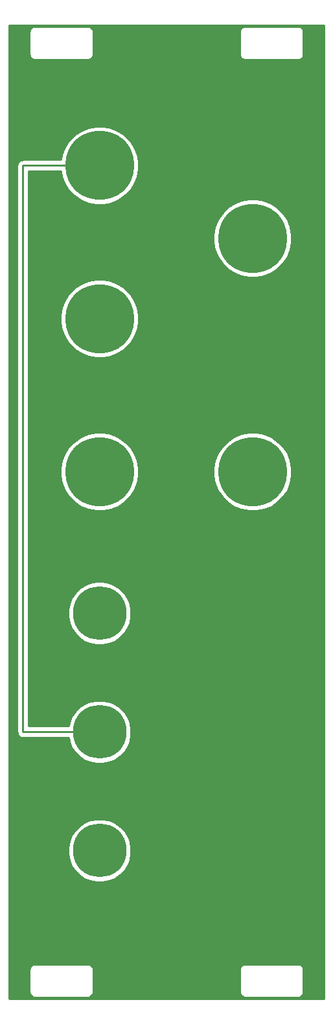
<source format=gbr>
G04 #@! TF.GenerationSoftware,KiCad,Pcbnew,5.1.4*
G04 #@! TF.CreationDate,2019-10-24T23:25:40+02:00*
G04 #@! TF.ProjectId,faceplate,66616365-706c-4617-9465-2e6b69636164,rev?*
G04 #@! TF.SameCoordinates,Original*
G04 #@! TF.FileFunction,Copper,L1,Top*
G04 #@! TF.FilePolarity,Positive*
%FSLAX46Y46*%
G04 Gerber Fmt 4.6, Leading zero omitted, Abs format (unit mm)*
G04 Created by KiCad (PCBNEW 5.1.4) date 2019-10-24 23:25:40*
%MOMM*%
%LPD*%
G04 APERTURE LIST*
%ADD10C,9.000000*%
%ADD11C,7.000000*%
%ADD12C,0.250000*%
%ADD13C,0.254000*%
G04 APERTURE END LIST*
D10*
X109000000Y-59000000D03*
X109000000Y-79000000D03*
X109000000Y-99000000D03*
D11*
X109000000Y-117500000D03*
X109000000Y-133000000D03*
X109000000Y-148500000D03*
D10*
X129000000Y-68500000D03*
X129000000Y-99000000D03*
D12*
X109000000Y-59000000D02*
X99000000Y-59000000D01*
X99000000Y-133000000D02*
X109000000Y-133000000D01*
X99000000Y-59000000D02*
X99000000Y-133000000D01*
D13*
G36*
X138340001Y-167840000D02*
G01*
X97160000Y-167840000D01*
X97160000Y-164000000D01*
X99836807Y-164000000D01*
X99840001Y-164032429D01*
X99840000Y-166967580D01*
X99836807Y-167000000D01*
X99849550Y-167129383D01*
X99887290Y-167253793D01*
X99948575Y-167368450D01*
X100031052Y-167468948D01*
X100131550Y-167551425D01*
X100246207Y-167612710D01*
X100370617Y-167650450D01*
X100500000Y-167663193D01*
X100532419Y-167660000D01*
X107467581Y-167660000D01*
X107500000Y-167663193D01*
X107532419Y-167660000D01*
X107629383Y-167650450D01*
X107753793Y-167612710D01*
X107868450Y-167551425D01*
X107968948Y-167468948D01*
X108051425Y-167368450D01*
X108112710Y-167253793D01*
X108150450Y-167129383D01*
X108163193Y-167000000D01*
X108160000Y-166967581D01*
X108160000Y-164032419D01*
X108163193Y-164000000D01*
X127336807Y-164000000D01*
X127340001Y-164032429D01*
X127340000Y-166967580D01*
X127336807Y-167000000D01*
X127349550Y-167129383D01*
X127387290Y-167253793D01*
X127448575Y-167368450D01*
X127531052Y-167468948D01*
X127631550Y-167551425D01*
X127746207Y-167612710D01*
X127870617Y-167650450D01*
X128000000Y-167663193D01*
X128032419Y-167660000D01*
X134967581Y-167660000D01*
X135000000Y-167663193D01*
X135032419Y-167660000D01*
X135129383Y-167650450D01*
X135253793Y-167612710D01*
X135368450Y-167551425D01*
X135468948Y-167468948D01*
X135551425Y-167368450D01*
X135612710Y-167253793D01*
X135650450Y-167129383D01*
X135663193Y-167000000D01*
X135660000Y-166967581D01*
X135660000Y-164032419D01*
X135663193Y-164000000D01*
X135650450Y-163870617D01*
X135612710Y-163746207D01*
X135551425Y-163631550D01*
X135468948Y-163531052D01*
X135368450Y-163448575D01*
X135253793Y-163387290D01*
X135129383Y-163349550D01*
X135032419Y-163340000D01*
X135000000Y-163336807D01*
X134967581Y-163340000D01*
X128032419Y-163340000D01*
X128000000Y-163336807D01*
X127967581Y-163340000D01*
X127870617Y-163349550D01*
X127746207Y-163387290D01*
X127631550Y-163448575D01*
X127531052Y-163531052D01*
X127448575Y-163631550D01*
X127387290Y-163746207D01*
X127349550Y-163870617D01*
X127336807Y-164000000D01*
X108163193Y-164000000D01*
X108150450Y-163870617D01*
X108112710Y-163746207D01*
X108051425Y-163631550D01*
X107968948Y-163531052D01*
X107868450Y-163448575D01*
X107753793Y-163387290D01*
X107629383Y-163349550D01*
X107532419Y-163340000D01*
X107500000Y-163336807D01*
X107467581Y-163340000D01*
X100532419Y-163340000D01*
X100500000Y-163336807D01*
X100467581Y-163340000D01*
X100370617Y-163349550D01*
X100246207Y-163387290D01*
X100131550Y-163448575D01*
X100031052Y-163531052D01*
X99948575Y-163631550D01*
X99887290Y-163746207D01*
X99849550Y-163870617D01*
X99836807Y-164000000D01*
X97160000Y-164000000D01*
X97160000Y-148092738D01*
X104865000Y-148092738D01*
X104865000Y-148907262D01*
X105023906Y-149706135D01*
X105335611Y-150458657D01*
X105788136Y-151135909D01*
X106364091Y-151711864D01*
X107041343Y-152164389D01*
X107793865Y-152476094D01*
X108592738Y-152635000D01*
X109407262Y-152635000D01*
X110206135Y-152476094D01*
X110958657Y-152164389D01*
X111635909Y-151711864D01*
X112211864Y-151135909D01*
X112664389Y-150458657D01*
X112976094Y-149706135D01*
X113135000Y-148907262D01*
X113135000Y-148092738D01*
X112976094Y-147293865D01*
X112664389Y-146541343D01*
X112211864Y-145864091D01*
X111635909Y-145288136D01*
X110958657Y-144835611D01*
X110206135Y-144523906D01*
X109407262Y-144365000D01*
X108592738Y-144365000D01*
X107793865Y-144523906D01*
X107041343Y-144835611D01*
X106364091Y-145288136D01*
X105788136Y-145864091D01*
X105335611Y-146541343D01*
X105023906Y-147293865D01*
X104865000Y-148092738D01*
X97160000Y-148092738D01*
X97160000Y-59000000D01*
X98236323Y-59000000D01*
X98240000Y-59037333D01*
X98240001Y-132962657D01*
X98236323Y-133000000D01*
X98250997Y-133148986D01*
X98294454Y-133292247D01*
X98365026Y-133424276D01*
X98459999Y-133540001D01*
X98575724Y-133634974D01*
X98707753Y-133705546D01*
X98851014Y-133749003D01*
X98962667Y-133760000D01*
X99000000Y-133763677D01*
X99037333Y-133760000D01*
X104935164Y-133760000D01*
X105023906Y-134206135D01*
X105335611Y-134958657D01*
X105788136Y-135635909D01*
X106364091Y-136211864D01*
X107041343Y-136664389D01*
X107793865Y-136976094D01*
X108592738Y-137135000D01*
X109407262Y-137135000D01*
X110206135Y-136976094D01*
X110958657Y-136664389D01*
X111635909Y-136211864D01*
X112211864Y-135635909D01*
X112664389Y-134958657D01*
X112976094Y-134206135D01*
X113135000Y-133407262D01*
X113135000Y-132592738D01*
X112976094Y-131793865D01*
X112664389Y-131041343D01*
X112211864Y-130364091D01*
X111635909Y-129788136D01*
X110958657Y-129335611D01*
X110206135Y-129023906D01*
X109407262Y-128865000D01*
X108592738Y-128865000D01*
X107793865Y-129023906D01*
X107041343Y-129335611D01*
X106364091Y-129788136D01*
X105788136Y-130364091D01*
X105335611Y-131041343D01*
X105023906Y-131793865D01*
X104935164Y-132240000D01*
X99760000Y-132240000D01*
X99760000Y-117092738D01*
X104865000Y-117092738D01*
X104865000Y-117907262D01*
X105023906Y-118706135D01*
X105335611Y-119458657D01*
X105788136Y-120135909D01*
X106364091Y-120711864D01*
X107041343Y-121164389D01*
X107793865Y-121476094D01*
X108592738Y-121635000D01*
X109407262Y-121635000D01*
X110206135Y-121476094D01*
X110958657Y-121164389D01*
X111635909Y-120711864D01*
X112211864Y-120135909D01*
X112664389Y-119458657D01*
X112976094Y-118706135D01*
X113135000Y-117907262D01*
X113135000Y-117092738D01*
X112976094Y-116293865D01*
X112664389Y-115541343D01*
X112211864Y-114864091D01*
X111635909Y-114288136D01*
X110958657Y-113835611D01*
X110206135Y-113523906D01*
X109407262Y-113365000D01*
X108592738Y-113365000D01*
X107793865Y-113523906D01*
X107041343Y-113835611D01*
X106364091Y-114288136D01*
X105788136Y-114864091D01*
X105335611Y-115541343D01*
X105023906Y-116293865D01*
X104865000Y-117092738D01*
X99760000Y-117092738D01*
X99760000Y-98494247D01*
X103865000Y-98494247D01*
X103865000Y-99505753D01*
X104062335Y-100497824D01*
X104449422Y-101432335D01*
X105011385Y-102273372D01*
X105726628Y-102988615D01*
X106567665Y-103550578D01*
X107502176Y-103937665D01*
X108494247Y-104135000D01*
X109505753Y-104135000D01*
X110497824Y-103937665D01*
X111432335Y-103550578D01*
X112273372Y-102988615D01*
X112988615Y-102273372D01*
X113550578Y-101432335D01*
X113937665Y-100497824D01*
X114135000Y-99505753D01*
X114135000Y-98494247D01*
X123865000Y-98494247D01*
X123865000Y-99505753D01*
X124062335Y-100497824D01*
X124449422Y-101432335D01*
X125011385Y-102273372D01*
X125726628Y-102988615D01*
X126567665Y-103550578D01*
X127502176Y-103937665D01*
X128494247Y-104135000D01*
X129505753Y-104135000D01*
X130497824Y-103937665D01*
X131432335Y-103550578D01*
X132273372Y-102988615D01*
X132988615Y-102273372D01*
X133550578Y-101432335D01*
X133937665Y-100497824D01*
X134135000Y-99505753D01*
X134135000Y-98494247D01*
X133937665Y-97502176D01*
X133550578Y-96567665D01*
X132988615Y-95726628D01*
X132273372Y-95011385D01*
X131432335Y-94449422D01*
X130497824Y-94062335D01*
X129505753Y-93865000D01*
X128494247Y-93865000D01*
X127502176Y-94062335D01*
X126567665Y-94449422D01*
X125726628Y-95011385D01*
X125011385Y-95726628D01*
X124449422Y-96567665D01*
X124062335Y-97502176D01*
X123865000Y-98494247D01*
X114135000Y-98494247D01*
X113937665Y-97502176D01*
X113550578Y-96567665D01*
X112988615Y-95726628D01*
X112273372Y-95011385D01*
X111432335Y-94449422D01*
X110497824Y-94062335D01*
X109505753Y-93865000D01*
X108494247Y-93865000D01*
X107502176Y-94062335D01*
X106567665Y-94449422D01*
X105726628Y-95011385D01*
X105011385Y-95726628D01*
X104449422Y-96567665D01*
X104062335Y-97502176D01*
X103865000Y-98494247D01*
X99760000Y-98494247D01*
X99760000Y-78494247D01*
X103865000Y-78494247D01*
X103865000Y-79505753D01*
X104062335Y-80497824D01*
X104449422Y-81432335D01*
X105011385Y-82273372D01*
X105726628Y-82988615D01*
X106567665Y-83550578D01*
X107502176Y-83937665D01*
X108494247Y-84135000D01*
X109505753Y-84135000D01*
X110497824Y-83937665D01*
X111432335Y-83550578D01*
X112273372Y-82988615D01*
X112988615Y-82273372D01*
X113550578Y-81432335D01*
X113937665Y-80497824D01*
X114135000Y-79505753D01*
X114135000Y-78494247D01*
X113937665Y-77502176D01*
X113550578Y-76567665D01*
X112988615Y-75726628D01*
X112273372Y-75011385D01*
X111432335Y-74449422D01*
X110497824Y-74062335D01*
X109505753Y-73865000D01*
X108494247Y-73865000D01*
X107502176Y-74062335D01*
X106567665Y-74449422D01*
X105726628Y-75011385D01*
X105011385Y-75726628D01*
X104449422Y-76567665D01*
X104062335Y-77502176D01*
X103865000Y-78494247D01*
X99760000Y-78494247D01*
X99760000Y-67994247D01*
X123865000Y-67994247D01*
X123865000Y-69005753D01*
X124062335Y-69997824D01*
X124449422Y-70932335D01*
X125011385Y-71773372D01*
X125726628Y-72488615D01*
X126567665Y-73050578D01*
X127502176Y-73437665D01*
X128494247Y-73635000D01*
X129505753Y-73635000D01*
X130497824Y-73437665D01*
X131432335Y-73050578D01*
X132273372Y-72488615D01*
X132988615Y-71773372D01*
X133550578Y-70932335D01*
X133937665Y-69997824D01*
X134135000Y-69005753D01*
X134135000Y-67994247D01*
X133937665Y-67002176D01*
X133550578Y-66067665D01*
X132988615Y-65226628D01*
X132273372Y-64511385D01*
X131432335Y-63949422D01*
X130497824Y-63562335D01*
X129505753Y-63365000D01*
X128494247Y-63365000D01*
X127502176Y-63562335D01*
X126567665Y-63949422D01*
X125726628Y-64511385D01*
X125011385Y-65226628D01*
X124449422Y-66067665D01*
X124062335Y-67002176D01*
X123865000Y-67994247D01*
X99760000Y-67994247D01*
X99760000Y-59760000D01*
X103915573Y-59760000D01*
X104062335Y-60497824D01*
X104449422Y-61432335D01*
X105011385Y-62273372D01*
X105726628Y-62988615D01*
X106567665Y-63550578D01*
X107502176Y-63937665D01*
X108494247Y-64135000D01*
X109505753Y-64135000D01*
X110497824Y-63937665D01*
X111432335Y-63550578D01*
X112273372Y-62988615D01*
X112988615Y-62273372D01*
X113550578Y-61432335D01*
X113937665Y-60497824D01*
X114135000Y-59505753D01*
X114135000Y-58494247D01*
X113937665Y-57502176D01*
X113550578Y-56567665D01*
X112988615Y-55726628D01*
X112273372Y-55011385D01*
X111432335Y-54449422D01*
X110497824Y-54062335D01*
X109505753Y-53865000D01*
X108494247Y-53865000D01*
X107502176Y-54062335D01*
X106567665Y-54449422D01*
X105726628Y-55011385D01*
X105011385Y-55726628D01*
X104449422Y-56567665D01*
X104062335Y-57502176D01*
X103915573Y-58240000D01*
X99037333Y-58240000D01*
X99000000Y-58236323D01*
X98962667Y-58240000D01*
X98851014Y-58250997D01*
X98707753Y-58294454D01*
X98575724Y-58365026D01*
X98459999Y-58459999D01*
X98365026Y-58575724D01*
X98294454Y-58707753D01*
X98250997Y-58851014D01*
X98236323Y-59000000D01*
X97160000Y-59000000D01*
X97160000Y-41500000D01*
X99836807Y-41500000D01*
X99840001Y-41532429D01*
X99840000Y-44467580D01*
X99836807Y-44500000D01*
X99849550Y-44629383D01*
X99887290Y-44753793D01*
X99948575Y-44868450D01*
X100031052Y-44968948D01*
X100131550Y-45051425D01*
X100246207Y-45112710D01*
X100370617Y-45150450D01*
X100500000Y-45163193D01*
X100532419Y-45160000D01*
X107467581Y-45160000D01*
X107500000Y-45163193D01*
X107532419Y-45160000D01*
X107629383Y-45150450D01*
X107753793Y-45112710D01*
X107868450Y-45051425D01*
X107968948Y-44968948D01*
X108051425Y-44868450D01*
X108112710Y-44753793D01*
X108150450Y-44629383D01*
X108163193Y-44500000D01*
X108160000Y-44467581D01*
X108160000Y-41532419D01*
X108163193Y-41500000D01*
X127336807Y-41500000D01*
X127340001Y-41532429D01*
X127340000Y-44467580D01*
X127336807Y-44500000D01*
X127349550Y-44629383D01*
X127387290Y-44753793D01*
X127448575Y-44868450D01*
X127531052Y-44968948D01*
X127631550Y-45051425D01*
X127746207Y-45112710D01*
X127870617Y-45150450D01*
X128000000Y-45163193D01*
X128032419Y-45160000D01*
X134967581Y-45160000D01*
X135000000Y-45163193D01*
X135032419Y-45160000D01*
X135129383Y-45150450D01*
X135253793Y-45112710D01*
X135368450Y-45051425D01*
X135468948Y-44968948D01*
X135551425Y-44868450D01*
X135612710Y-44753793D01*
X135650450Y-44629383D01*
X135663193Y-44500000D01*
X135660000Y-44467581D01*
X135660000Y-41532419D01*
X135663193Y-41500000D01*
X135650450Y-41370617D01*
X135612710Y-41246207D01*
X135551425Y-41131550D01*
X135468948Y-41031052D01*
X135368450Y-40948575D01*
X135253793Y-40887290D01*
X135129383Y-40849550D01*
X135032419Y-40840000D01*
X135000000Y-40836807D01*
X134967581Y-40840000D01*
X128032419Y-40840000D01*
X128000000Y-40836807D01*
X127967581Y-40840000D01*
X127870617Y-40849550D01*
X127746207Y-40887290D01*
X127631550Y-40948575D01*
X127531052Y-41031052D01*
X127448575Y-41131550D01*
X127387290Y-41246207D01*
X127349550Y-41370617D01*
X127336807Y-41500000D01*
X108163193Y-41500000D01*
X108150450Y-41370617D01*
X108112710Y-41246207D01*
X108051425Y-41131550D01*
X107968948Y-41031052D01*
X107868450Y-40948575D01*
X107753793Y-40887290D01*
X107629383Y-40849550D01*
X107532419Y-40840000D01*
X107500000Y-40836807D01*
X107467581Y-40840000D01*
X100532419Y-40840000D01*
X100500000Y-40836807D01*
X100467581Y-40840000D01*
X100370617Y-40849550D01*
X100246207Y-40887290D01*
X100131550Y-40948575D01*
X100031052Y-41031052D01*
X99948575Y-41131550D01*
X99887290Y-41246207D01*
X99849550Y-41370617D01*
X99836807Y-41500000D01*
X97160000Y-41500000D01*
X97160000Y-40660000D01*
X138340000Y-40660000D01*
X138340001Y-167840000D01*
X138340001Y-167840000D01*
G37*
X138340001Y-167840000D02*
X97160000Y-167840000D01*
X97160000Y-164000000D01*
X99836807Y-164000000D01*
X99840001Y-164032429D01*
X99840000Y-166967580D01*
X99836807Y-167000000D01*
X99849550Y-167129383D01*
X99887290Y-167253793D01*
X99948575Y-167368450D01*
X100031052Y-167468948D01*
X100131550Y-167551425D01*
X100246207Y-167612710D01*
X100370617Y-167650450D01*
X100500000Y-167663193D01*
X100532419Y-167660000D01*
X107467581Y-167660000D01*
X107500000Y-167663193D01*
X107532419Y-167660000D01*
X107629383Y-167650450D01*
X107753793Y-167612710D01*
X107868450Y-167551425D01*
X107968948Y-167468948D01*
X108051425Y-167368450D01*
X108112710Y-167253793D01*
X108150450Y-167129383D01*
X108163193Y-167000000D01*
X108160000Y-166967581D01*
X108160000Y-164032419D01*
X108163193Y-164000000D01*
X127336807Y-164000000D01*
X127340001Y-164032429D01*
X127340000Y-166967580D01*
X127336807Y-167000000D01*
X127349550Y-167129383D01*
X127387290Y-167253793D01*
X127448575Y-167368450D01*
X127531052Y-167468948D01*
X127631550Y-167551425D01*
X127746207Y-167612710D01*
X127870617Y-167650450D01*
X128000000Y-167663193D01*
X128032419Y-167660000D01*
X134967581Y-167660000D01*
X135000000Y-167663193D01*
X135032419Y-167660000D01*
X135129383Y-167650450D01*
X135253793Y-167612710D01*
X135368450Y-167551425D01*
X135468948Y-167468948D01*
X135551425Y-167368450D01*
X135612710Y-167253793D01*
X135650450Y-167129383D01*
X135663193Y-167000000D01*
X135660000Y-166967581D01*
X135660000Y-164032419D01*
X135663193Y-164000000D01*
X135650450Y-163870617D01*
X135612710Y-163746207D01*
X135551425Y-163631550D01*
X135468948Y-163531052D01*
X135368450Y-163448575D01*
X135253793Y-163387290D01*
X135129383Y-163349550D01*
X135032419Y-163340000D01*
X135000000Y-163336807D01*
X134967581Y-163340000D01*
X128032419Y-163340000D01*
X128000000Y-163336807D01*
X127967581Y-163340000D01*
X127870617Y-163349550D01*
X127746207Y-163387290D01*
X127631550Y-163448575D01*
X127531052Y-163531052D01*
X127448575Y-163631550D01*
X127387290Y-163746207D01*
X127349550Y-163870617D01*
X127336807Y-164000000D01*
X108163193Y-164000000D01*
X108150450Y-163870617D01*
X108112710Y-163746207D01*
X108051425Y-163631550D01*
X107968948Y-163531052D01*
X107868450Y-163448575D01*
X107753793Y-163387290D01*
X107629383Y-163349550D01*
X107532419Y-163340000D01*
X107500000Y-163336807D01*
X107467581Y-163340000D01*
X100532419Y-163340000D01*
X100500000Y-163336807D01*
X100467581Y-163340000D01*
X100370617Y-163349550D01*
X100246207Y-163387290D01*
X100131550Y-163448575D01*
X100031052Y-163531052D01*
X99948575Y-163631550D01*
X99887290Y-163746207D01*
X99849550Y-163870617D01*
X99836807Y-164000000D01*
X97160000Y-164000000D01*
X97160000Y-148092738D01*
X104865000Y-148092738D01*
X104865000Y-148907262D01*
X105023906Y-149706135D01*
X105335611Y-150458657D01*
X105788136Y-151135909D01*
X106364091Y-151711864D01*
X107041343Y-152164389D01*
X107793865Y-152476094D01*
X108592738Y-152635000D01*
X109407262Y-152635000D01*
X110206135Y-152476094D01*
X110958657Y-152164389D01*
X111635909Y-151711864D01*
X112211864Y-151135909D01*
X112664389Y-150458657D01*
X112976094Y-149706135D01*
X113135000Y-148907262D01*
X113135000Y-148092738D01*
X112976094Y-147293865D01*
X112664389Y-146541343D01*
X112211864Y-145864091D01*
X111635909Y-145288136D01*
X110958657Y-144835611D01*
X110206135Y-144523906D01*
X109407262Y-144365000D01*
X108592738Y-144365000D01*
X107793865Y-144523906D01*
X107041343Y-144835611D01*
X106364091Y-145288136D01*
X105788136Y-145864091D01*
X105335611Y-146541343D01*
X105023906Y-147293865D01*
X104865000Y-148092738D01*
X97160000Y-148092738D01*
X97160000Y-59000000D01*
X98236323Y-59000000D01*
X98240000Y-59037333D01*
X98240001Y-132962657D01*
X98236323Y-133000000D01*
X98250997Y-133148986D01*
X98294454Y-133292247D01*
X98365026Y-133424276D01*
X98459999Y-133540001D01*
X98575724Y-133634974D01*
X98707753Y-133705546D01*
X98851014Y-133749003D01*
X98962667Y-133760000D01*
X99000000Y-133763677D01*
X99037333Y-133760000D01*
X104935164Y-133760000D01*
X105023906Y-134206135D01*
X105335611Y-134958657D01*
X105788136Y-135635909D01*
X106364091Y-136211864D01*
X107041343Y-136664389D01*
X107793865Y-136976094D01*
X108592738Y-137135000D01*
X109407262Y-137135000D01*
X110206135Y-136976094D01*
X110958657Y-136664389D01*
X111635909Y-136211864D01*
X112211864Y-135635909D01*
X112664389Y-134958657D01*
X112976094Y-134206135D01*
X113135000Y-133407262D01*
X113135000Y-132592738D01*
X112976094Y-131793865D01*
X112664389Y-131041343D01*
X112211864Y-130364091D01*
X111635909Y-129788136D01*
X110958657Y-129335611D01*
X110206135Y-129023906D01*
X109407262Y-128865000D01*
X108592738Y-128865000D01*
X107793865Y-129023906D01*
X107041343Y-129335611D01*
X106364091Y-129788136D01*
X105788136Y-130364091D01*
X105335611Y-131041343D01*
X105023906Y-131793865D01*
X104935164Y-132240000D01*
X99760000Y-132240000D01*
X99760000Y-117092738D01*
X104865000Y-117092738D01*
X104865000Y-117907262D01*
X105023906Y-118706135D01*
X105335611Y-119458657D01*
X105788136Y-120135909D01*
X106364091Y-120711864D01*
X107041343Y-121164389D01*
X107793865Y-121476094D01*
X108592738Y-121635000D01*
X109407262Y-121635000D01*
X110206135Y-121476094D01*
X110958657Y-121164389D01*
X111635909Y-120711864D01*
X112211864Y-120135909D01*
X112664389Y-119458657D01*
X112976094Y-118706135D01*
X113135000Y-117907262D01*
X113135000Y-117092738D01*
X112976094Y-116293865D01*
X112664389Y-115541343D01*
X112211864Y-114864091D01*
X111635909Y-114288136D01*
X110958657Y-113835611D01*
X110206135Y-113523906D01*
X109407262Y-113365000D01*
X108592738Y-113365000D01*
X107793865Y-113523906D01*
X107041343Y-113835611D01*
X106364091Y-114288136D01*
X105788136Y-114864091D01*
X105335611Y-115541343D01*
X105023906Y-116293865D01*
X104865000Y-117092738D01*
X99760000Y-117092738D01*
X99760000Y-98494247D01*
X103865000Y-98494247D01*
X103865000Y-99505753D01*
X104062335Y-100497824D01*
X104449422Y-101432335D01*
X105011385Y-102273372D01*
X105726628Y-102988615D01*
X106567665Y-103550578D01*
X107502176Y-103937665D01*
X108494247Y-104135000D01*
X109505753Y-104135000D01*
X110497824Y-103937665D01*
X111432335Y-103550578D01*
X112273372Y-102988615D01*
X112988615Y-102273372D01*
X113550578Y-101432335D01*
X113937665Y-100497824D01*
X114135000Y-99505753D01*
X114135000Y-98494247D01*
X123865000Y-98494247D01*
X123865000Y-99505753D01*
X124062335Y-100497824D01*
X124449422Y-101432335D01*
X125011385Y-102273372D01*
X125726628Y-102988615D01*
X126567665Y-103550578D01*
X127502176Y-103937665D01*
X128494247Y-104135000D01*
X129505753Y-104135000D01*
X130497824Y-103937665D01*
X131432335Y-103550578D01*
X132273372Y-102988615D01*
X132988615Y-102273372D01*
X133550578Y-101432335D01*
X133937665Y-100497824D01*
X134135000Y-99505753D01*
X134135000Y-98494247D01*
X133937665Y-97502176D01*
X133550578Y-96567665D01*
X132988615Y-95726628D01*
X132273372Y-95011385D01*
X131432335Y-94449422D01*
X130497824Y-94062335D01*
X129505753Y-93865000D01*
X128494247Y-93865000D01*
X127502176Y-94062335D01*
X126567665Y-94449422D01*
X125726628Y-95011385D01*
X125011385Y-95726628D01*
X124449422Y-96567665D01*
X124062335Y-97502176D01*
X123865000Y-98494247D01*
X114135000Y-98494247D01*
X113937665Y-97502176D01*
X113550578Y-96567665D01*
X112988615Y-95726628D01*
X112273372Y-95011385D01*
X111432335Y-94449422D01*
X110497824Y-94062335D01*
X109505753Y-93865000D01*
X108494247Y-93865000D01*
X107502176Y-94062335D01*
X106567665Y-94449422D01*
X105726628Y-95011385D01*
X105011385Y-95726628D01*
X104449422Y-96567665D01*
X104062335Y-97502176D01*
X103865000Y-98494247D01*
X99760000Y-98494247D01*
X99760000Y-78494247D01*
X103865000Y-78494247D01*
X103865000Y-79505753D01*
X104062335Y-80497824D01*
X104449422Y-81432335D01*
X105011385Y-82273372D01*
X105726628Y-82988615D01*
X106567665Y-83550578D01*
X107502176Y-83937665D01*
X108494247Y-84135000D01*
X109505753Y-84135000D01*
X110497824Y-83937665D01*
X111432335Y-83550578D01*
X112273372Y-82988615D01*
X112988615Y-82273372D01*
X113550578Y-81432335D01*
X113937665Y-80497824D01*
X114135000Y-79505753D01*
X114135000Y-78494247D01*
X113937665Y-77502176D01*
X113550578Y-76567665D01*
X112988615Y-75726628D01*
X112273372Y-75011385D01*
X111432335Y-74449422D01*
X110497824Y-74062335D01*
X109505753Y-73865000D01*
X108494247Y-73865000D01*
X107502176Y-74062335D01*
X106567665Y-74449422D01*
X105726628Y-75011385D01*
X105011385Y-75726628D01*
X104449422Y-76567665D01*
X104062335Y-77502176D01*
X103865000Y-78494247D01*
X99760000Y-78494247D01*
X99760000Y-67994247D01*
X123865000Y-67994247D01*
X123865000Y-69005753D01*
X124062335Y-69997824D01*
X124449422Y-70932335D01*
X125011385Y-71773372D01*
X125726628Y-72488615D01*
X126567665Y-73050578D01*
X127502176Y-73437665D01*
X128494247Y-73635000D01*
X129505753Y-73635000D01*
X130497824Y-73437665D01*
X131432335Y-73050578D01*
X132273372Y-72488615D01*
X132988615Y-71773372D01*
X133550578Y-70932335D01*
X133937665Y-69997824D01*
X134135000Y-69005753D01*
X134135000Y-67994247D01*
X133937665Y-67002176D01*
X133550578Y-66067665D01*
X132988615Y-65226628D01*
X132273372Y-64511385D01*
X131432335Y-63949422D01*
X130497824Y-63562335D01*
X129505753Y-63365000D01*
X128494247Y-63365000D01*
X127502176Y-63562335D01*
X126567665Y-63949422D01*
X125726628Y-64511385D01*
X125011385Y-65226628D01*
X124449422Y-66067665D01*
X124062335Y-67002176D01*
X123865000Y-67994247D01*
X99760000Y-67994247D01*
X99760000Y-59760000D01*
X103915573Y-59760000D01*
X104062335Y-60497824D01*
X104449422Y-61432335D01*
X105011385Y-62273372D01*
X105726628Y-62988615D01*
X106567665Y-63550578D01*
X107502176Y-63937665D01*
X108494247Y-64135000D01*
X109505753Y-64135000D01*
X110497824Y-63937665D01*
X111432335Y-63550578D01*
X112273372Y-62988615D01*
X112988615Y-62273372D01*
X113550578Y-61432335D01*
X113937665Y-60497824D01*
X114135000Y-59505753D01*
X114135000Y-58494247D01*
X113937665Y-57502176D01*
X113550578Y-56567665D01*
X112988615Y-55726628D01*
X112273372Y-55011385D01*
X111432335Y-54449422D01*
X110497824Y-54062335D01*
X109505753Y-53865000D01*
X108494247Y-53865000D01*
X107502176Y-54062335D01*
X106567665Y-54449422D01*
X105726628Y-55011385D01*
X105011385Y-55726628D01*
X104449422Y-56567665D01*
X104062335Y-57502176D01*
X103915573Y-58240000D01*
X99037333Y-58240000D01*
X99000000Y-58236323D01*
X98962667Y-58240000D01*
X98851014Y-58250997D01*
X98707753Y-58294454D01*
X98575724Y-58365026D01*
X98459999Y-58459999D01*
X98365026Y-58575724D01*
X98294454Y-58707753D01*
X98250997Y-58851014D01*
X98236323Y-59000000D01*
X97160000Y-59000000D01*
X97160000Y-41500000D01*
X99836807Y-41500000D01*
X99840001Y-41532429D01*
X99840000Y-44467580D01*
X99836807Y-44500000D01*
X99849550Y-44629383D01*
X99887290Y-44753793D01*
X99948575Y-44868450D01*
X100031052Y-44968948D01*
X100131550Y-45051425D01*
X100246207Y-45112710D01*
X100370617Y-45150450D01*
X100500000Y-45163193D01*
X100532419Y-45160000D01*
X107467581Y-45160000D01*
X107500000Y-45163193D01*
X107532419Y-45160000D01*
X107629383Y-45150450D01*
X107753793Y-45112710D01*
X107868450Y-45051425D01*
X107968948Y-44968948D01*
X108051425Y-44868450D01*
X108112710Y-44753793D01*
X108150450Y-44629383D01*
X108163193Y-44500000D01*
X108160000Y-44467581D01*
X108160000Y-41532419D01*
X108163193Y-41500000D01*
X127336807Y-41500000D01*
X127340001Y-41532429D01*
X127340000Y-44467580D01*
X127336807Y-44500000D01*
X127349550Y-44629383D01*
X127387290Y-44753793D01*
X127448575Y-44868450D01*
X127531052Y-44968948D01*
X127631550Y-45051425D01*
X127746207Y-45112710D01*
X127870617Y-45150450D01*
X128000000Y-45163193D01*
X128032419Y-45160000D01*
X134967581Y-45160000D01*
X135000000Y-45163193D01*
X135032419Y-45160000D01*
X135129383Y-45150450D01*
X135253793Y-45112710D01*
X135368450Y-45051425D01*
X135468948Y-44968948D01*
X135551425Y-44868450D01*
X135612710Y-44753793D01*
X135650450Y-44629383D01*
X135663193Y-44500000D01*
X135660000Y-44467581D01*
X135660000Y-41532419D01*
X135663193Y-41500000D01*
X135650450Y-41370617D01*
X135612710Y-41246207D01*
X135551425Y-41131550D01*
X135468948Y-41031052D01*
X135368450Y-40948575D01*
X135253793Y-40887290D01*
X135129383Y-40849550D01*
X135032419Y-40840000D01*
X135000000Y-40836807D01*
X134967581Y-40840000D01*
X128032419Y-40840000D01*
X128000000Y-40836807D01*
X127967581Y-40840000D01*
X127870617Y-40849550D01*
X127746207Y-40887290D01*
X127631550Y-40948575D01*
X127531052Y-41031052D01*
X127448575Y-41131550D01*
X127387290Y-41246207D01*
X127349550Y-41370617D01*
X127336807Y-41500000D01*
X108163193Y-41500000D01*
X108150450Y-41370617D01*
X108112710Y-41246207D01*
X108051425Y-41131550D01*
X107968948Y-41031052D01*
X107868450Y-40948575D01*
X107753793Y-40887290D01*
X107629383Y-40849550D01*
X107532419Y-40840000D01*
X107500000Y-40836807D01*
X107467581Y-40840000D01*
X100532419Y-40840000D01*
X100500000Y-40836807D01*
X100467581Y-40840000D01*
X100370617Y-40849550D01*
X100246207Y-40887290D01*
X100131550Y-40948575D01*
X100031052Y-41031052D01*
X99948575Y-41131550D01*
X99887290Y-41246207D01*
X99849550Y-41370617D01*
X99836807Y-41500000D01*
X97160000Y-41500000D01*
X97160000Y-40660000D01*
X138340000Y-40660000D01*
X138340001Y-167840000D01*
M02*

</source>
